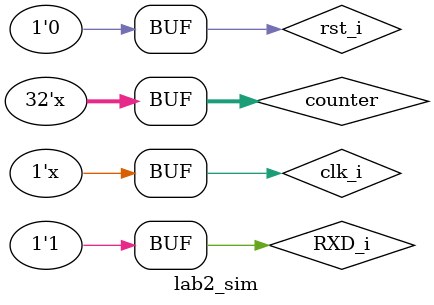
<source format=v>
`timescale 1ns / 1ps


module lab2_sim();

    reg clk_i;
    reg rst_i;
    reg RXD_i;
    wire TXD_o;
    
    lab2 sim(clk_i, rst_i, led_o);
    integer counter;
        initial begin
            clk_i = 0;
            rst_i = 0;
            counter = 'd0;
            RXD_i = 1;
            #20 RXD_i = 0;
            #20 RXD_i = 1;
            #20 RXD_i = 0;
            #20 RXD_i = 0;
            #20 RXD_i = 1;
            #20 RXD_i = 1;
            #20 RXD_i = 0;
            #20 RXD_i = 0;
            #20 RXD_i = 0;
            #20 RXD_i = 1;
        end
        
        always begin
            #2;
            clk_i = ~clk_i;
            counter = counter+1;
            $monitor("[%0t] counter=%0d clk_i=%0b rst_i=%0b TXD_o = %0b", $time, counter, clk_i, rst_i, TXD_o);
        end
        
        
    
endmodule

</source>
